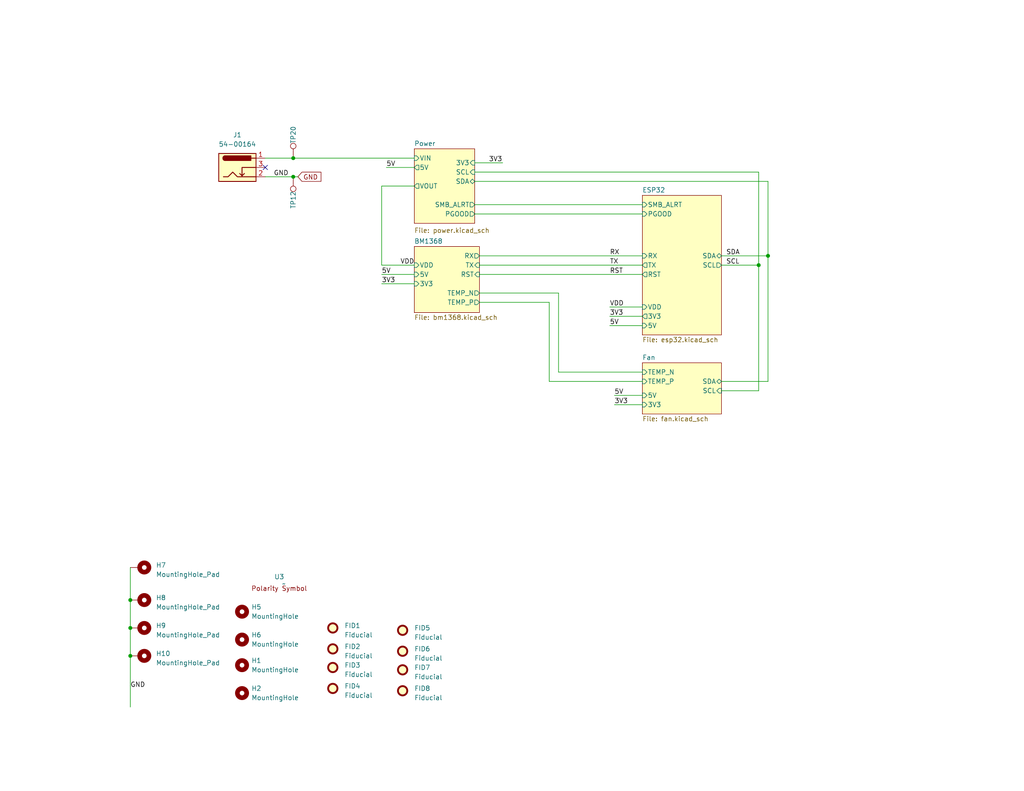
<source format=kicad_sch>
(kicad_sch (version 20231120) (generator "eeschema") (generator_version "8.0")
  (paper "A")
  (title_block (title "bitaxeSupra") (date "2024-04-07") (rev "402"))
  (lib_symbols
    (symbol "Connector:Barrel_Jack_Switch" (pin_names hide)
      (property "Reference" "J" (at 0 5.334 0))
      (property "Value" "Barrel_Jack_Switch" (at 0 -5.08 0))
      (symbol "Barrel_Jack_Switch_0_1"
        (rectangle (start -5.08 3.81) (end 5.08 -3.81) (stroke (width 0.254)) (fill (type background)))
        (arc (start -3.302 3.175) (mid -3.9343 2.54) (end -3.302 1.905) (stroke (width 0.254)))
        (arc (start -3.302 3.175) (mid -3.9343 2.54) (end -3.302 1.905) (stroke (width 0.254)) (fill (type outline)))
        (polyline (pts (xy 1.27 -2.286) (xy 1.905 -1.651)) (stroke (width 0.254)))
        (polyline (pts (xy 5.08 2.54) (xy 3.81 2.54)) (stroke (width 0.254)))
        (polyline (pts (xy 5.08 0) (xy 1.27 0) (xy 1.27 -2.286) (xy 0.635 -1.651)) (stroke (width 0.254)))
        (polyline (pts (xy -3.81 -2.54) (xy -2.54 -2.54) (xy -1.27 -1.27) (xy 0 -2.54) (xy 2.54 -2.54) (xy 5.08 -2.54)) (stroke (width 0.254)))
        (rectangle (start 3.683 3.175) (end -3.302 1.905) (stroke (width 0.254)) (fill (type outline)))
      )
      (symbol "Barrel_Jack_Switch_1_1"
        (pin passive line (at 7.62 2.54 180) (length 2.54) (name "~") (number "1"))
        (pin passive line (at 7.62 -2.54 180) (length 2.54) (name "~") (number "2"))
        (pin passive line (at 7.62 0 180) (length 2.54) (name "~") (number "3"))
      )
    )
    (symbol "Connector:TestPoint" (pin_numbers hide) (pin_names (offset 0.762) hide)
      (property "Reference" "TP" (at 0 6.858 0))
      (property "Value" "TestPoint" (at 0 5.08 0))
      (symbol "TestPoint_0_1"
        (circle (center 0 3.302) (radius 0.762))
      )
      (symbol "TestPoint_1_1"
        (pin passive line (at 0 0 90) (length 2.54) (name "1") (number "1"))
      )
    )
    (symbol "Mechanical:Fiducial"
      (property "Reference" "FID" (at 0 5.08 0))
      (property "Value" "Fiducial" (at 0 3.175 0))
      (symbol "Fiducial_0_1"
        (circle (center 0 0) (radius 1.27) (stroke (width 0.508)) (fill (type background)))
      )
    )
    (symbol "Mechanical:MountingHole" (pin_names (offset 1.016))
      (property "Reference" "H" (at 0 5.08 0))
      (property "Value" "MountingHole" (at 0 3.175 0))
      (symbol "MountingHole_0_1"
        (circle (center 0 0) (radius 1.27) (stroke (width 1.27)))
      )
    )
    (symbol "Mechanical:MountingHole_Pad" (pin_numbers hide) (pin_names (offset 1.016) hide)
      (property "Reference" "H" (at 0 6.35 0))
      (property "Value" "MountingHole_Pad" (at 0 4.445 0))
      (symbol "MountingHole_Pad_0_1"
        (circle (center 0 1.27) (radius 1.27) (stroke (width 1.27)))
      )
      (symbol "MountingHole_Pad_1_1"
        (pin input line (at 0 -2.54 90) (length 2.54) (name "1") (number "1"))
      )
    )
    (symbol "bitaxe:polarity" (in_bom no)
      (property "Reference" "U" (at 0 0 0))
      (symbol "polarity_1_1"
        (text "Polarity Symbol" (at -1.27 -1.27 0) (effects (font (size 1.27 1.27))))
      )
    )
  )
  (junction (at 209.55 69.85))
  (junction (at 35.56 179.07))
  (junction (at 80.01 43.18))
  (junction (at 35.56 171.45))
  (junction (at 207.01 72.39))
  (junction (at 80.01 48.26))
  (junction (at 35.56 163.83))
  (no_connect (at 72.39 45.72))
  (wire (pts (xy 129.54 46.99) (xy 207.01 46.99)))
  (wire (pts (xy 152.4 101.6) (xy 175.26 101.6)))
  (wire (pts (xy 196.85 72.39) (xy 207.01 72.39)))
  (wire (pts (xy 80.01 48.26) (xy 81.28 48.26)))
  (wire (pts (xy 105.41 45.72) (xy 113.03 45.72)))
  (wire (pts (xy 130.81 72.39) (xy 175.26 72.39)))
  (wire (pts (xy 166.37 88.9) (xy 175.26 88.9)))
  (wire (pts (xy 72.39 43.18) (xy 80.01 43.18)))
  (wire (pts (xy 72.39 48.26) (xy 80.01 48.26)))
  (wire (pts (xy 167.64 110.49) (xy 175.26 110.49)))
  (wire (pts (xy 209.55 49.53) (xy 209.55 69.85)))
  (wire (pts (xy 175.26 104.14) (xy 149.86 104.14)))
  (wire (pts (xy 129.54 49.53) (xy 209.55 49.53)))
  (wire (pts (xy 166.37 83.82) (xy 175.26 83.82)))
  (wire (pts (xy 207.01 72.39) (xy 207.01 106.68)))
  (wire (pts (xy 207.01 46.99) (xy 207.01 72.39)))
  (wire (pts (xy 196.85 69.85) (xy 209.55 69.85)))
  (wire (pts (xy 35.56 163.83) (xy 35.56 171.45)))
  (wire (pts (xy 104.14 77.47) (xy 113.03 77.47)))
  (wire (pts (xy 130.81 69.85) (xy 175.26 69.85)))
  (wire (pts (xy 196.85 104.14) (xy 209.55 104.14)))
  (wire (pts (xy 104.14 72.39) (xy 104.14 50.8)))
  (wire (pts (xy 130.81 80.01) (xy 152.4 80.01)))
  (wire (pts (xy 196.85 106.68) (xy 207.01 106.68)))
  (wire (pts (xy 104.14 74.93) (xy 113.03 74.93)))
  (wire (pts (xy 149.86 82.55) (xy 130.81 82.55)))
  (wire (pts (xy 209.55 104.14) (xy 209.55 69.85)))
  (wire (pts (xy 129.54 58.42) (xy 175.26 58.42)))
  (wire (pts (xy 167.64 107.95) (xy 175.26 107.95)))
  (wire (pts (xy 129.54 55.88) (xy 175.26 55.88)))
  (wire (pts (xy 35.56 179.07) (xy 35.56 193.04)))
  (wire (pts (xy 35.56 154.94) (xy 35.56 163.83)))
  (wire (pts (xy 152.4 80.01) (xy 152.4 101.6)))
  (wire (pts (xy 166.37 86.36) (xy 175.26 86.36)))
  (wire (pts (xy 113.03 72.39) (xy 104.14 72.39)))
  (wire (pts (xy 104.14 50.8) (xy 113.03 50.8)))
  (wire (pts (xy 130.81 74.93) (xy 175.26 74.93)))
  (wire (pts (xy 35.56 171.45) (xy 35.56 179.07)))
  (wire (pts (xy 80.01 43.18) (xy 113.03 43.18)))
  (wire (pts (xy 149.86 104.14) (xy 149.86 82.55)))
  (wire (pts (xy 129.54 44.45) (xy 137.16 44.45)))
  (label "VDD" (at 166.37 83.82 0))
  (label "3V3" (at 104.14 77.47 0))
  (label "RST" (at 166.37 74.93 0))
  (label "VDD" (at 109.22 72.39 0))
  (label "5V" (at 105.41 45.72 0))
  (label "5V" (at 167.64 107.95 0))
  (label "SDA" (at 198.12 69.85 0))
  (label "GND" (at 35.56 187.96 0))
  (label "RX" (at 166.37 69.85 0))
  (label "3V3" (at 133.35 44.45 0))
  (label "3V3" (at 166.37 86.36 0))
  (label "SCL" (at 198.12 72.39 0))
  (label "5V" (at 166.37 88.9 0))
  (label "3V3" (at 167.64 110.49 0))
  (label "5V" (at 104.14 74.93 0))
  (label "GND" (at 78.74 48.26 180))
  (label "TX" (at 166.37 72.39 0))
  (global_label "GND" (shape input) (at 81.28 48.26 0) (property "Intersheetrefs" "${INTERSHEET_REFS}" (effects (hide yes))))
  (symbol (lib_id "Mechanical:Fiducial") (at 90.805 177.165 0) (unit 1) (in_bom no)
    (property "Reference" "FID2" (at 93.98 176.53 0) (effects (justify left)))
    (property "Value" "Fiducial" (at 93.98 179.07 0) (effects (justify left)))
    (property "Footprint" "Fiducial:Fiducial_1mm_Mask2mm" (effects (hide yes)))
  )
  (symbol (lib_id "Mechanical:Fiducial") (at 90.805 182.245 0) (unit 1) (in_bom no)
    (property "Reference" "FID3" (at 93.98 181.61 0) (effects (justify left)))
    (property "Value" "Fiducial" (at 93.98 184.15 0) (effects (justify left)))
    (property "Footprint" "Fiducial:Fiducial_1mm_Mask2mm" (effects (hide yes)))
  )
  (symbol (lib_id "Mechanical:Fiducial") (at 90.805 187.96 0) (unit 1) (in_bom no)
    (property "Reference" "FID4" (at 93.98 187.325 0) (effects (justify left)))
    (property "Value" "Fiducial" (at 93.98 189.865 0) (effects (justify left)))
    (property "Footprint" "Fiducial:Fiducial_1mm_Mask2mm" (effects (hide yes)))
  )
  (symbol (lib_id "Mechanical:Fiducial") (at 109.855 177.8 0) (unit 1) (in_bom no)
    (property "Reference" "FID6" (at 113.03 177.165 0) (effects (justify left)))
    (property "Value" "Fiducial" (at 113.03 179.705 0) (effects (justify left)))
    (property "Footprint" "Fiducial:Fiducial_1mm_Mask2mm" (effects (hide yes)))
  )
  (symbol (lib_id "Connector:TestPoint") (at 80.01 43.18 0) (unit 1) (in_bom no)
    (property "Reference" "TP20" (at 80.01 36.83 90))
    (property "Value" "TestPoint" (effects (hide yes)))
    (property "Footprint" "TestPoint:TestPoint_Pad_D3.0mm" (effects (hide yes)))
  )
  (symbol (lib_id "Connector:TestPoint") (at 80.01 48.26 180) (unit 1) (in_bom no)
    (property "Reference" "TP12" (at 80.01 54.61 90))
    (property "Value" "TestPoint" (effects (hide yes)))
    (property "Footprint" "TestPoint:TestPoint_Pad_D3.0mm" (effects (hide yes)))
  )
  (symbol (lib_id "Mechanical:MountingHole") (at 66.04 189.23 0) (unit 1) (in_bom no)
    (property "Reference" "H2" (at 68.58 187.9599 0) (effects (justify left)))
    (property "Value" "MountingHole" (at 68.58 190.4999 0) (effects (justify left)))
    (property "Footprint" "MountingHole:MountingHole_3.5mm" (effects (hide yes)))
  )
  (symbol (lib_id "Connector:Barrel_Jack_Switch") (at 64.77 45.72 0) (unit 1)
    (property "Reference" "J1" (at 64.77 36.83 0))
    (property "Value" "54-00164" (at 64.77 39.37 0))
    (property "Footprint" "bitaxe:TENSILITY_54-00164" (effects (hide yes)))
    (property "Datasheet" "https://tensility.s3.amazonaws.com/uploads/pdffiles/54-00164.pdf?X-Amz-Expires=600&X-Amz-Date=20240425T233931Z&X-Amz-Algorithm=AWS4-HMAC-SHA256&X-Amz-Credential=AKIAIS2S4WRDQDSWDRZQ%2F20240425%2Fus-west-2%2Fs3%2Faws4_request&X-Amz-SignedHeaders=host&X-Amz-Signature=db47604833b748f16eb1b48a1cb56220ad6cd713e88f354ff5cc2bea6dae9c43" (effects (hide yes)))
    (property "DK" "839-54-00164CT-ND" (effects (hide yes)))
    (property "PARTNO" "54-00164" (effects (hide yes)))
    (property "LCSC" "C431534" (effects (hide yes)))
  )
  (symbol (lib_id "Mechanical:MountingHole_Pad") (at 38.1 154.94 270) (unit 1) (in_bom no)
    (property "Reference" "H7" (at 42.545 154.305 90) (effects (justify left)))
    (property "Value" "MountingHole_Pad" (at 42.545 156.845 90) (effects (justify left)))
    (property "Footprint" "MountingHole:MountingHole_3mm_Pad_Via" (effects (hide yes)))
  )
  (symbol (lib_id "Mechanical:MountingHole") (at 66.04 181.61 0) (unit 1) (in_bom no)
    (property "Reference" "H1" (at 68.58 180.3399 0) (effects (justify left)))
    (property "Value" "MountingHole" (at 68.58 182.8799 0) (effects (justify left)))
    (property "Footprint" "MountingHole:MountingHole_3.5mm" (effects (hide yes)))
  )
  (symbol (lib_id "Mechanical:Fiducial") (at 90.805 171.45 0) (unit 1) (in_bom no)
    (property "Reference" "FID1" (at 93.98 170.815 0) (effects (justify left)))
    (property "Value" "Fiducial" (at 93.98 173.355 0) (effects (justify left)))
    (property "Footprint" "Fiducial:Fiducial_1mm_Mask2mm" (effects (hide yes)))
  )
  (symbol (lib_id "Mechanical:Fiducial") (at 109.855 188.595 0) (unit 1) (in_bom no)
    (property "Reference" "FID8" (at 113.03 187.96 0) (effects (justify left)))
    (property "Value" "Fiducial" (at 113.03 190.5 0) (effects (justify left)))
    (property "Footprint" "Fiducial:Fiducial_1mm_Mask2mm" (effects (hide yes)))
  )
  (symbol (lib_id "Mechanical:Fiducial") (at 109.855 172.085 0) (unit 1) (in_bom no)
    (property "Reference" "FID5" (at 113.03 171.45 0) (effects (justify left)))
    (property "Value" "Fiducial" (at 113.03 173.99 0) (effects (justify left)))
    (property "Footprint" "Fiducial:Fiducial_1mm_Mask2mm" (effects (hide yes)))
  )
  (symbol (lib_id "Mechanical:MountingHole") (at 66.04 174.625 0) (unit 1) (in_bom no)
    (property "Reference" "H6" (at 68.58 173.3549 0) (effects (justify left)))
    (property "Value" "MountingHole" (at 68.58 175.8949 0) (effects (justify left)))
    (property "Footprint" "MountingHole:MountingHole_3.5mm" (effects (hide yes)))
  )
  (symbol (lib_id "Mechanical:Fiducial") (at 109.855 182.88 0) (unit 1) (in_bom no)
    (property "Reference" "FID7" (at 113.03 182.245 0) (effects (justify left)))
    (property "Value" "Fiducial" (at 113.03 184.785 0) (effects (justify left)))
    (property "Footprint" "Fiducial:Fiducial_1mm_Mask2mm" (effects (hide yes)))
  )
  (symbol (lib_id "Mechanical:MountingHole") (at 66.04 167.005 0) (unit 1) (in_bom no)
    (property "Reference" "H5" (at 68.58 165.7349 0) (effects (justify left)))
    (property "Value" "MountingHole" (at 68.58 168.2749 0) (effects (justify left)))
    (property "Footprint" "MountingHole:MountingHole_3.5mm" (effects (hide yes)))
  )
  (symbol (lib_id "Mechanical:MountingHole_Pad") (at 38.1 171.45 270) (unit 1) (in_bom no)
    (property "Reference" "H9" (at 42.545 170.815 90) (effects (justify left)))
    (property "Value" "MountingHole_Pad" (at 42.545 173.355 90) (effects (justify left)))
    (property "Footprint" "MountingHole:MountingHole_3mm_Pad_Via" (effects (hide yes)))
  )
  (symbol (lib_id "Mechanical:MountingHole_Pad") (at 38.1 163.83 270) (unit 1) (in_bom no)
    (property "Reference" "H8" (at 42.545 163.195 90) (effects (justify left)))
    (property "Value" "MountingHole_Pad" (at 42.545 165.735 90) (effects (justify left)))
    (property "Footprint" "MountingHole:MountingHole_3mm_Pad_Via" (effects (hide yes)))
  )
  (symbol (lib_id "Mechanical:MountingHole_Pad") (at 38.1 179.07 270) (unit 1) (in_bom no)
    (property "Reference" "H10" (at 42.545 178.435 90) (effects (justify left)))
    (property "Value" "MountingHole_Pad" (at 42.545 180.975 90) (effects (justify left)))
    (property "Footprint" "MountingHole:MountingHole_3mm_Pad_Via" (effects (hide yes)))
  )
  (symbol (lib_id "bitaxe:polarity") (at 77.47 159.385 0) (unit 1) (in_bom no)
    (property "Reference" "U3" (at 76.2 157.48 0))
    (property "Value" "~" (at 77.47 159.385 0))
    (property "Footprint" "bitaxe:polarity" (effects (hide yes)))
  )
  (sheet (at 113.03 67.31) (size 17.78 18.034) (stroke (width 0.1524)) (fill (color 255 255 194 1.0000))
    (property "Sheetname" "BM1368" (at 113.03 66.5984 0) (effects (justify left bottom)))
    (property "Sheetfile" "bm1368.kicad_sch" (at 113.03 85.9286 0) (effects (justify left top)))
    (pin "TX" input (at 130.81 72.39 0))
    (pin "RX" output (at 130.81 69.85 0))
    (pin "RST" input (at 130.81 74.93 0))
    (pin "3V3" input (at 113.03 77.47 180))
    (pin "5V" input (at 113.03 74.93 180))
    (pin "VDD" input (at 113.03 72.39 180))
    (pin "TEMP_N" output (at 130.81 80.01 0))
    (pin "TEMP_P" output (at 130.81 82.55 0))
  )
  (sheet (at 175.26 99.06) (size 21.59 13.97) (stroke (width 0.1524)) (fill (color 255 255 194 1.0000))
    (property "Sheetname" "Fan" (at 175.26 98.3484 0) (effects (justify left bottom)))
    (property "Sheetfile" "fan.kicad_sch" (at 175.26 113.6146 0) (effects (justify left top)))
    (pin "SDA" bidirectional (at 196.85 104.14 0))
    (pin "SCL" input (at 196.85 106.68 0))
    (pin "5V" input (at 175.26 107.95 180))
    (pin "3V3" input (at 175.26 110.49 180))
    (pin "TEMP_N" input (at 175.26 101.6 180))
    (pin "TEMP_P" input (at 175.26 104.14 180))
  )
  (sheet (at 113.03 40.64) (size 16.51 20.32) (stroke (width 0.1524)) (fill (color 255 255 194 1.0000))
    (property "Sheetname" "Power" (at 113.03 39.9284 0) (effects (justify left bottom)))
    (property "Sheetfile" "power.kicad_sch" (at 113.03 62.1796 0) (effects (justify left top)))
    (pin "VOUT" output (at 113.03 50.8 180))
    (pin "VIN" input (at 113.03 43.18 180))
    (pin "SCL" input (at 129.54 46.99 0))
    (pin "SDA" bidirectional (at 129.54 49.53 0))
    (pin "5V" output (at 113.03 45.72 180))
    (pin "3V3" input (at 129.54 44.45 0))
    (pin "PGOOD" output (at 129.54 58.42 0))
    (pin "SMB_ALRT" output (at 129.54 55.88 0))
  )
  (sheet (at 175.26 53.34) (size 21.59 38.1) (stroke (width 0.1524)) (fill (color 255 255 194 1.0000))
    (property "Sheetname" "ESP32" (at 175.26 52.6284 0) (effects (justify left bottom)))
    (property "Sheetfile" "esp32.kicad_sch" (at 175.26 92.0246 0) (effects (justify left top)))
    (pin "SDA" bidirectional (at 196.85 69.85 0))
    (pin "SCL" output (at 196.85 72.39 0))
    (pin "RX" input (at 175.26 69.85 180))
    (pin "TX" output (at 175.26 72.39 180))
    (pin "RST" output (at 175.26 74.93 180))
    (pin "5V" input (at 175.26 88.9 180))
    (pin "3V3" output (at 175.26 86.36 180))
    (pin "PGOOD" input (at 175.26 58.42 180))
    (pin "VDD" input (at 175.26 83.82 180))
    (pin "SMB_ALRT" input (at 175.26 55.88 180))
  )
)
</source>
